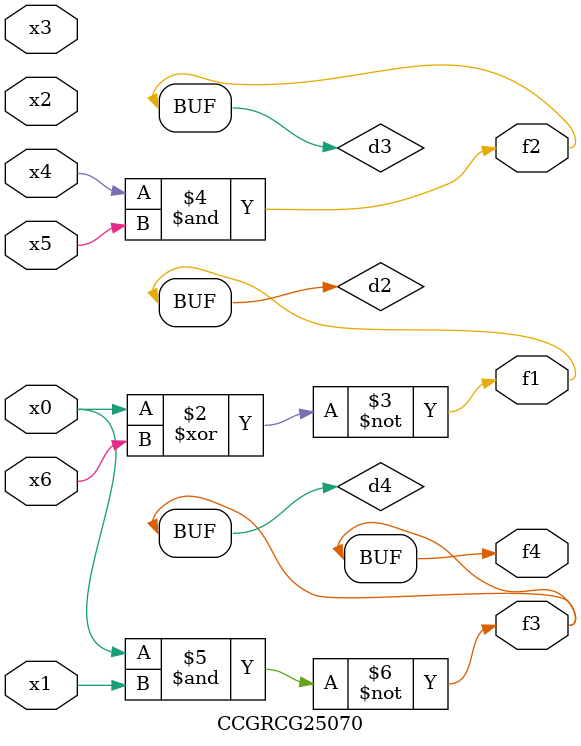
<source format=v>
module CCGRCG25070(
	input x0, x1, x2, x3, x4, x5, x6,
	output f1, f2, f3, f4
);

	wire d1, d2, d3, d4;

	nor (d1, x0);
	xnor (d2, x0, x6);
	and (d3, x4, x5);
	nand (d4, x0, x1);
	assign f1 = d2;
	assign f2 = d3;
	assign f3 = d4;
	assign f4 = d4;
endmodule

</source>
